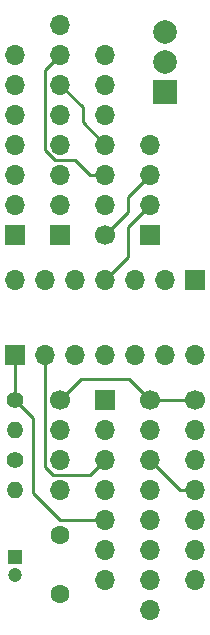
<source format=gbr>
G04 #@! TF.GenerationSoftware,KiCad,Pcbnew,(5.0.0)*
G04 #@! TF.CreationDate,2018-09-14T11:50:53-04:00*
G04 #@! TF.ProjectId,one-counter,6F6E652D636F756E7465722E6B696361,rev?*
G04 #@! TF.SameCoordinates,Original*
G04 #@! TF.FileFunction,Copper,L2,Bot,Signal*
G04 #@! TF.FilePolarity,Positive*
%FSLAX46Y46*%
G04 Gerber Fmt 4.6, Leading zero omitted, Abs format (unit mm)*
G04 Created by KiCad (PCBNEW (5.0.0)) date 09/14/18 11:50:53*
%MOMM*%
%LPD*%
G01*
G04 APERTURE LIST*
G04 #@! TA.AperFunction,ComponentPad*
%ADD10R,2.000000X2.000000*%
G04 #@! TD*
G04 #@! TA.AperFunction,ComponentPad*
%ADD11C,2.000000*%
G04 #@! TD*
G04 #@! TA.AperFunction,ComponentPad*
%ADD12R,1.700000X1.700000*%
G04 #@! TD*
G04 #@! TA.AperFunction,ComponentPad*
%ADD13O,1.700000X1.700000*%
G04 #@! TD*
G04 #@! TA.AperFunction,ComponentPad*
%ADD14C,1.700000*%
G04 #@! TD*
G04 #@! TA.AperFunction,ComponentPad*
%ADD15R,1.200000X1.200000*%
G04 #@! TD*
G04 #@! TA.AperFunction,ComponentPad*
%ADD16C,1.200000*%
G04 #@! TD*
G04 #@! TA.AperFunction,ComponentPad*
%ADD17C,1.400000*%
G04 #@! TD*
G04 #@! TA.AperFunction,ComponentPad*
%ADD18O,1.400000X1.400000*%
G04 #@! TD*
G04 #@! TA.AperFunction,ComponentPad*
%ADD19C,1.600000*%
G04 #@! TD*
G04 #@! TA.AperFunction,Conductor*
%ADD20C,0.254000*%
G04 #@! TD*
G04 APERTURE END LIST*
D10*
G04 #@! TO.P,U1,1*
G04 #@! TO.N,N/C*
X175260000Y-92075000D03*
D11*
G04 #@! TO.P,U1,2*
G04 #@! TO.N,GND*
X175260000Y-89535000D03*
G04 #@! TO.P,U1,3*
G04 #@! TO.N,+5V*
X175260000Y-86995000D03*
G04 #@! TD*
D12*
G04 #@! TO.P,U8,1*
G04 #@! TO.N,U8-1*
X162560000Y-104140000D03*
D13*
G04 #@! TO.P,U8,2*
G04 #@! TO.N,U8-2*
X162560000Y-101600000D03*
G04 #@! TO.P,U8,3*
G04 #@! TO.N,N/C*
X162560000Y-99060000D03*
G04 #@! TO.P,U8,4*
X162560000Y-96520000D03*
G04 #@! TO.P,U8,5*
X162560000Y-93980000D03*
G04 #@! TO.P,U8,6*
X162560000Y-91440000D03*
G04 #@! TO.P,U8,7*
G04 #@! TO.N,U8-7*
X162560000Y-88900000D03*
G04 #@! TD*
G04 #@! TO.P,J2,7*
G04 #@! TO.N,U8-2*
X162560000Y-107950000D03*
G04 #@! TO.P,J2,6*
G04 #@! TO.N,U8-1*
X165100000Y-107950000D03*
G04 #@! TO.P,J2,5*
G04 #@! TO.N,U8-7*
X167640000Y-107950000D03*
G04 #@! TO.P,J2,4*
G04 #@! TO.N,U2-2*
X170180000Y-107950000D03*
G04 #@! TO.P,J2,3*
G04 #@! TO.N,U5-12*
X172720000Y-107950000D03*
G04 #@! TO.P,J2,2*
G04 #@! TO.N,GND*
X175260000Y-107950000D03*
D12*
G04 #@! TO.P,J2,1*
G04 #@! TO.N,+5V*
X177800000Y-107950000D03*
G04 #@! TD*
G04 #@! TO.P,U4,1*
G04 #@! TO.N,U4-1*
X170180000Y-118110000D03*
D13*
G04 #@! TO.P,U4,2*
G04 #@! TO.N,GND*
X170180000Y-120650000D03*
G04 #@! TO.P,U4,3*
X170180000Y-123190000D03*
G04 #@! TO.P,U4,4*
G04 #@! TO.N,N/C*
X170180000Y-125730000D03*
G04 #@! TO.P,U4,5*
G04 #@! TO.N,+5V*
X170180000Y-128270000D03*
G04 #@! TO.P,U4,6*
G04 #@! TO.N,GND*
X170180000Y-130810000D03*
G04 #@! TO.P,U4,7*
X170180000Y-133350000D03*
G04 #@! TD*
D12*
G04 #@! TO.P,U2,1*
G04 #@! TO.N,GND*
X173990000Y-104140000D03*
D13*
G04 #@! TO.P,U2,2*
G04 #@! TO.N,U2-2*
X173990000Y-101600000D03*
G04 #@! TO.P,U2,3*
G04 #@! TO.N,/1Hz*
X173990000Y-99060000D03*
G04 #@! TO.P,U2,4*
G04 #@! TO.N,+5V*
X173990000Y-96520000D03*
G04 #@! TD*
D12*
G04 #@! TO.P,U6,1*
G04 #@! TO.N,Net-(U5-Pad9)*
X166370000Y-104140000D03*
D13*
G04 #@! TO.P,U6,2*
G04 #@! TO.N,Net-(U5-Pad8)*
X166370000Y-101600000D03*
G04 #@! TO.P,U6,3*
G04 #@! TO.N,N/C*
X166370000Y-99060000D03*
G04 #@! TO.P,U6,4*
X166370000Y-96520000D03*
G04 #@! TO.P,U6,5*
X166370000Y-93980000D03*
G04 #@! TO.P,U6,6*
G04 #@! TO.N,Net-(U5-Pad11)*
X166370000Y-91440000D03*
G04 #@! TO.P,U6,7*
G04 #@! TO.N,U5-12*
X166370000Y-88900000D03*
G04 #@! TO.P,U6,8*
G04 #@! TO.N,GND*
X166370000Y-86360000D03*
G04 #@! TD*
G04 #@! TO.P,U3,5*
G04 #@! TO.N,Net-(C1-Pad1)*
X166370000Y-125730000D03*
G04 #@! TO.P,U3,6*
G04 #@! TO.N,U3-6*
X166370000Y-123190000D03*
G04 #@! TO.P,U3,7*
G04 #@! TO.N,Net-(R1-Pad2)*
X166370000Y-120650000D03*
D14*
G04 #@! TO.P,U3,8*
G04 #@! TO.N,+5V*
X166370000Y-118110000D03*
G04 #@! TD*
D13*
G04 #@! TO.P,U5,8*
G04 #@! TO.N,Net-(U5-Pad8)*
X170180000Y-88900000D03*
G04 #@! TO.P,U5,9*
G04 #@! TO.N,Net-(U5-Pad9)*
X170180000Y-91440000D03*
G04 #@! TO.P,U5,10*
G04 #@! TO.N,GND*
X170180000Y-93980000D03*
G04 #@! TO.P,U5,11*
G04 #@! TO.N,Net-(U5-Pad11)*
X170180000Y-96520000D03*
G04 #@! TO.P,U5,12*
G04 #@! TO.N,U5-12*
X170180000Y-99060000D03*
G04 #@! TO.P,U5,13*
G04 #@! TO.N,N/C*
X170180000Y-101600000D03*
D14*
G04 #@! TO.P,U5,14*
G04 #@! TO.N,/1Hz*
X170180000Y-104140000D03*
G04 #@! TD*
D13*
G04 #@! TO.P,U7,9*
G04 #@! TO.N,U7-9*
X173990000Y-135890000D03*
G04 #@! TO.P,U7,10*
G04 #@! TO.N,Net-(U7-Pad10)*
X173990000Y-133350000D03*
G04 #@! TO.P,U7,11*
G04 #@! TO.N,Net-(U7-Pad11)*
X173990000Y-130810000D03*
G04 #@! TO.P,U7,12*
G04 #@! TO.N,Net-(U7-Pad12)*
X173990000Y-128270000D03*
G04 #@! TO.P,U7,13*
G04 #@! TO.N,U7-13*
X173990000Y-125730000D03*
G04 #@! TO.P,U7,14*
G04 #@! TO.N,Net-(U7-Pad14)*
X173990000Y-123190000D03*
G04 #@! TO.P,U7,15*
G04 #@! TO.N,U7-15*
X173990000Y-120650000D03*
D14*
G04 #@! TO.P,U7,16*
G04 #@! TO.N,+5V*
X173990000Y-118110000D03*
G04 #@! TD*
G04 #@! TO.P,U9,14*
G04 #@! TO.N,+5V*
X177800000Y-118110000D03*
D13*
G04 #@! TO.P,U9,13*
G04 #@! TO.N,Net-(U7-Pad12)*
X177800000Y-120650000D03*
G04 #@! TO.P,U9,12*
G04 #@! TO.N,N/C*
X177800000Y-123190000D03*
G04 #@! TO.P,U9,11*
G04 #@! TO.N,Net-(U7-Pad14)*
X177800000Y-125730000D03*
G04 #@! TO.P,U9,10*
G04 #@! TO.N,Net-(U7-Pad11)*
X177800000Y-128270000D03*
G04 #@! TO.P,U9,9*
G04 #@! TO.N,N/C*
X177800000Y-130810000D03*
G04 #@! TO.P,U9,8*
G04 #@! TO.N,Net-(U7-Pad10)*
X177800000Y-133350000D03*
G04 #@! TD*
D15*
G04 #@! TO.P,C2,1*
G04 #@! TO.N,U3-6*
X162560000Y-131445000D03*
D16*
G04 #@! TO.P,C2,2*
G04 #@! TO.N,GND*
X162560000Y-132945000D03*
G04 #@! TD*
D12*
G04 #@! TO.P,J1,1*
G04 #@! TO.N,+5V*
X162560000Y-114300000D03*
D13*
G04 #@! TO.P,J1,2*
G04 #@! TO.N,GND*
X165100000Y-114300000D03*
G04 #@! TO.P,J1,3*
G04 #@! TO.N,U4-1*
X167640000Y-114300000D03*
G04 #@! TO.P,J1,4*
G04 #@! TO.N,U3-6*
X170180000Y-114300000D03*
G04 #@! TO.P,J1,5*
G04 #@! TO.N,U7-9*
X172720000Y-114300000D03*
G04 #@! TO.P,J1,6*
G04 #@! TO.N,U7-13*
X175260000Y-114300000D03*
G04 #@! TO.P,J1,7*
G04 #@! TO.N,U7-15*
X177800000Y-114300000D03*
G04 #@! TD*
D17*
G04 #@! TO.P,R1,1*
G04 #@! TO.N,+5V*
X162560000Y-118110000D03*
D18*
G04 #@! TO.P,R1,2*
G04 #@! TO.N,Net-(R1-Pad2)*
X162560000Y-120650000D03*
G04 #@! TD*
G04 #@! TO.P,R2,2*
G04 #@! TO.N,U3-6*
X162560000Y-125730000D03*
D17*
G04 #@! TO.P,R2,1*
G04 #@! TO.N,Net-(R1-Pad2)*
X162560000Y-123190000D03*
G04 #@! TD*
D19*
G04 #@! TO.P,C1,1*
G04 #@! TO.N,Net-(C1-Pad1)*
X166370000Y-129540000D03*
G04 #@! TO.P,C1,2*
G04 #@! TO.N,GND*
X166370000Y-134540000D03*
G04 #@! TD*
D20*
G04 #@! TO.N,GND*
X165100000Y-114300000D02*
X165100000Y-123825000D01*
X165100000Y-123825000D02*
X165735000Y-124460000D01*
X168910000Y-124460000D02*
X170180000Y-123190000D01*
X165735000Y-124460000D02*
X168910000Y-124460000D01*
G04 #@! TO.N,+5V*
X176597919Y-118110000D02*
X173990000Y-118110000D01*
X177800000Y-118110000D02*
X176597919Y-118110000D01*
X168148000Y-116332000D02*
X166370000Y-118110000D01*
X173990000Y-118110000D02*
X172212000Y-116332000D01*
X172212000Y-116332000D02*
X168148000Y-116332000D01*
X164084000Y-119634000D02*
X162560000Y-118110000D01*
X164084000Y-125984000D02*
X164084000Y-119634000D01*
X170180000Y-128270000D02*
X166370000Y-128270000D01*
X166370000Y-128270000D02*
X164084000Y-125984000D01*
X162560000Y-117120051D02*
X162560000Y-114300000D01*
X162560000Y-118110000D02*
X162560000Y-117120051D01*
G04 #@! TO.N,/1Hz*
X172085000Y-102235000D02*
X170180000Y-104140000D01*
X173990000Y-99060000D02*
X172085000Y-100965000D01*
X172085000Y-100965000D02*
X172085000Y-102235000D01*
G04 #@! TO.N,Net-(U5-Pad11)*
X170180000Y-96520000D02*
X168275000Y-94615000D01*
X168275000Y-93345000D02*
X166370000Y-91440000D01*
X168275000Y-94615000D02*
X168275000Y-93345000D01*
G04 #@! TO.N,Net-(U7-Pad14)*
X176530000Y-125730000D02*
X177800000Y-125730000D01*
X173990000Y-123190000D02*
X176530000Y-125730000D01*
G04 #@! TO.N,U5-12*
X170180000Y-99060000D02*
X168910000Y-99060000D01*
X168910000Y-99060000D02*
X167640000Y-97790000D01*
X165973222Y-97790000D02*
X165100000Y-96916778D01*
X167640000Y-97790000D02*
X165973222Y-97790000D01*
X165100000Y-90170000D02*
X166370000Y-88900000D01*
X165100000Y-96916778D02*
X165100000Y-90170000D01*
G04 #@! TO.N,U2-2*
X173990000Y-101600000D02*
X172085000Y-103505000D01*
X172085000Y-106045000D02*
X170180000Y-107950000D01*
X172085000Y-103505000D02*
X172085000Y-106045000D01*
G04 #@! TD*
M02*

</source>
